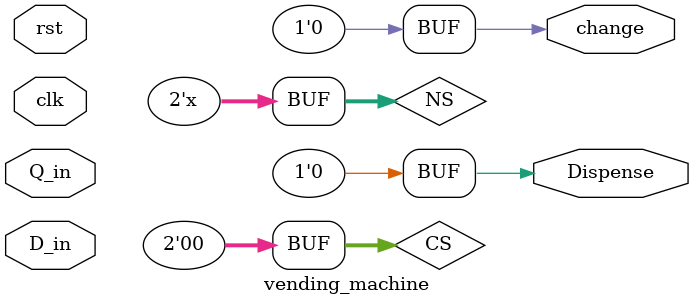
<source format=v>
module vending_machine(clk,rst,Q_in,D_in,Dispense,change);
parameter Wait=0;
parameter Q_25=1;
parameter Q_50=2;
input clk,rst,Q_in,D_in;
output  reg Dispense,change;
reg[1:0] CS,NS;
always @(posedge clk , posedge rst) begin
    if(rst) begin
        CS<=Wait;
    end
    else 
    CS<=NS;
end
always@(*) begin
    case (CS)
    Wait: begin
        if(D_in) 
        {NS,Dispense,change}={Wait,1'b1,1'b1};
        else if (Q_in) 
        {NS,Dispense,change}={Q_25,1'b0,1'b0};
    end
    Q_25 : begin
        if(Q_in)
        {NS,Dispense,change}={Q_50,1'b0,1'b0};
        else 
         {NS,Dispense,change}={CS,1'b0,1'b0};
    end
    Q_50: begin
        if(Q_in)
        {NS,Dispense,change}={Wait,1'b1,1'b0};
        else 
         {NS,Dispense,change}={CS,1'b0,1'b0};
    end
    default : {CS,Dispense,change}={Wait,1'b0,1'b0};
        
    endcase
end 
endmodule


</source>
